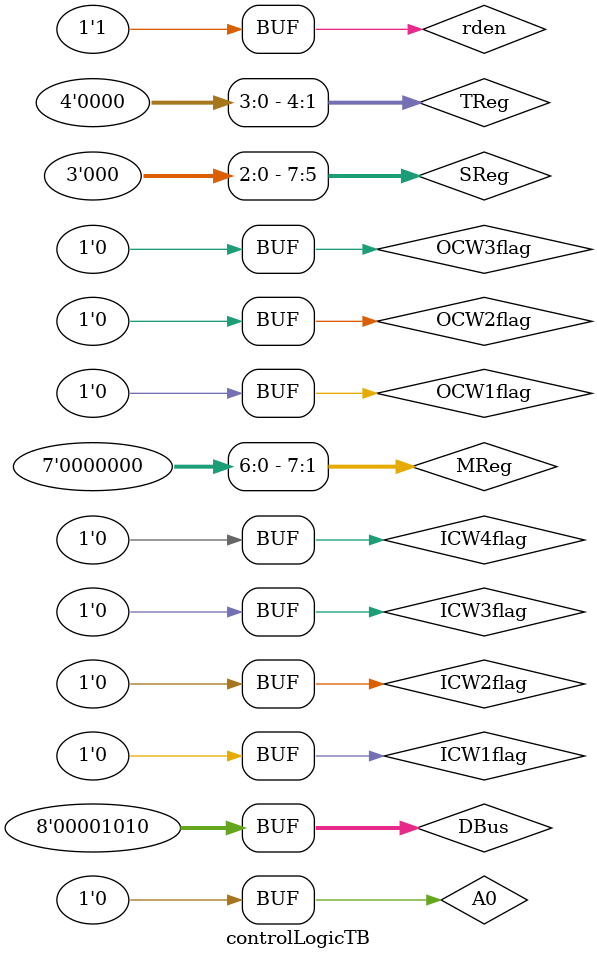
<source format=v>
module controlLogic (
input A0,
input rden,
input ICW1flag,
input ICW2flag,
input ICW3flag,
input ICW4flag,
input OCW1flag,
input OCW2flag,
input OCW3flag,
input [7:0] DBus,
output reg LTIM,
output reg SNGL,
output reg [4:0] TReg,
output reg [7:0] SReg,
output reg SFNM,
output reg AEOI,
output reg [7:0] MReg,
output reg R,
output reg SL,
output reg EOI,
output reg readIRR,
output reg readISR,
output reg readIMR
);


	reg IC4, P, RR, RIS;


	always @(ICW1flag, ICW2flag, ICW3flag, ICW4flag, OCW1flag, OCW2flag, OCW3flag) begin

		if(ICW1flag) begin
				LTIM <= DBus[3];
				SNGL <= DBus[1];
				IC4 <= DBus[0];
			end

			else if(ICW2flag) begin
				TReg <= DBus[7:3];
				if (IC4 == 0) begin
					SFNM <= 1'b0;
					AEOI <= 1'b0;
				end
			end

			else if(ICW3flag)
				SReg <= DBus[7:0];

			else if(ICW4flag) begin
				SFNM <= DBus[4];
				AEOI <= DBus[1];
			end

			else if(OCW1flag)
				MReg <= DBus[7:0];

			else if(OCW2flag) begin
				R <= DBus[7];
				SL <= DBus[6];
				EOI <= DBus[5];
			end

			else if(OCW3flag) begin
				P <= DBus[2];
				RR <= DBus[1];
				RIS <= DBus[0];
			end

	end

	always @(rden, A0) begin

		readIRR <= ((~P) && RR && (~RIS) && rden && (~A0));
		readISR <= ((~P) && RR && RIS && rden && (~A0));
		readIMR <= (A0 && rden);

	end


endmodule



module controlLogicTB ();


	reg ICW1flag, ICW2flag, ICW3flag, ICW4flag, OCW1flag, OCW2flag, OCW3flag;
	reg rden, A0;
	reg [7:0] DBus;

	wire LTIM, SNGL, SFNM, AEOI, R, SL, EOI, readIRR, readISR, readIMR;
	wire [4:0] TReg;
	wire [7:0] SReg;
	wire [7:0] MReg;


	initial begin


		// Testing ICW1
		A0 = 1'b0;
		rden = 1'b0;
		DBus = 8'b00011101;
		ICW1flag = 1'b1;
		#50; //0->50

		// Testing ICW2
		A0 = 1'b1;
		DBus = 8'b11001010;
		ICW1flag = 1'b0;
		ICW2flag = 1'b1;
		#50; //50->100

		// Testing ICW3
		DBus = 8'b00011110;
		ICW2flag = 1'b0;
		ICW3flag = 1'b1;
		#50; //100->150

		// Testing ICW4
		DBus = 8'b00010010;
		ICW3flag = 1'b0;
		ICW4flag = 1'b1;
		#50; //150->200

		// Testing OCW1
		DBus = 8'b01101010;
		ICW4flag = 1'b0;
		OCW1flag = 1'b1;
		#50; //200->250

		// Testing OCW2
		A0 = 1'b0;
		DBus = 8'b11000100;
		OCW1flag = 1'b0;
		OCW2flag = 1'b1;
		#50; //250->300

		// Testing OCW3
		DBus = 8'b00001011;
		OCW2flag = 1'b0;
		OCW3flag = 1'b1;
		#50; //300->350

		// Reading ISR (P=0, RR=1, RIS=1)
		OCW3flag = 1'b0;
		rden = 1'b1;
		#50; //350->400

		// Writing another OCW3
		rden = 1'b0;
		DBus = 8'b00001010;
		OCW3flag = 1'b1;
		#50; //400->450

		// Reading IRR (P=0, RR=1, RIS=0)
		OCW3flag = 1'b0;
		rden = 1'b1;
		#50; //450->500

		// Reading IMR
		A0 = 1'b1;
		#50; //500->550

		// Stop Reading
		rden = 1'b0;
		#50; //550->600

		// Reading IRR again (Remembering the last OCW3)
		rden = 1'b1;
		A0 = 1'b0;
		#50; //600->650


	end

	controlLogic CLInstance (
	A0,
	rden,
	ICW1flag,
	ICW2flag,
	ICW3flag,
	ICW4flag,
	OCW1flag,
	OCW2flag,
	OCW3flag,
	DBus,
	LTIM,
	TReg,
	SReg,
	SFNM,
	AEOI,
	MReg,
	R,
	SL,
	EOI,
	readIRR,
	readISR,
	readIMR
	);


endmodule
</source>
